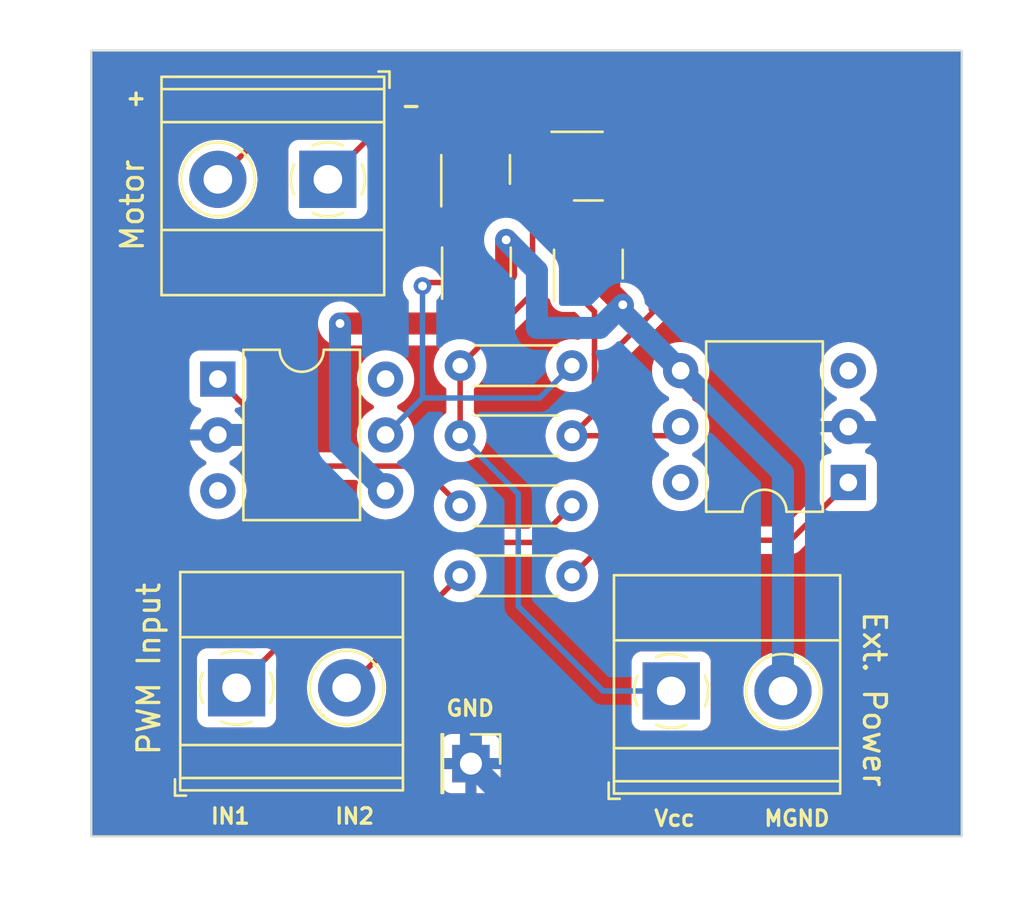
<source format=kicad_pcb>
(kicad_pcb (version 20221018) (generator pcbnew)
  (layers (0 "F.Cu" signal) (31 "B.Cu" signal) (36 "B.SilkS" user "B.Silkscreen") (37 "F.SilkS" user "F.Silkscreen") (38 "B.Mask" user) (39 "F.Mask" user) (44 "Edge.Cuts" user))
  (net 0 "")
  (net 1 "IN1")
  (net 2 "IN2")
  (net 3 "OUT1")
  (net 4 "OUT2")
  (net 5 "GND")
  (net 6 "Vm")
  (net 7 "MGND")
  (net 8 "HBG1")
  (net 9 "HBG2")
  (net 10 "Net-(R3-Pad2)")
  (net 11 "Net-(R4-Pad2)")
  (footprint "Resistor_THT:R_Axial_DIN0204_L3.6mm_D1.6mm_P5.08mm_Horizontal" (layer "F.Cu") (at 164.11 87.066667)
    (fp_text reference "R1" hide)
    (fp_text value "R" hide)
    (fp_line (start 0.62 -0.92) (end 4.46 -0.92) (stroke (width 0.12)) (layer "F.SilkS"))
    (fp_line (start 0.62 0.92) (end 4.46 0.92) (stroke (width 0.12)) (layer "F.SilkS"))
    (pad "1" thru_hole circle (at 0 0) (size 1.4 1.4) (drill 0.7) (layers "*.Cu" "*.Mask") (net 6 "Vm"))
    (pad "2" thru_hole oval (at 5.08 0) (size 1.4 1.4) (drill 0.7) (layers "*.Cu" "*.Mask") (net 8 "HBG1"))
  )
  (footprint "Package_TO_SOT_SMD:SOT-23" (layer "F.Cu") (at 164.85 82.35 90)
    (fp_text reference "Q2" hide)
    (fp_text value "IRLML0030" hide)
    (fp_line (start 0 -1.56) (end -1.675 -1.56) (stroke (width 0.12)) (layer "F.SilkS"))
    (fp_line (start 0 -1.56) (end 0.65 -1.56) (stroke (width 0.12)) (layer "F.SilkS"))
    (fp_line (start 0 1.56) (end -0.65 1.56) (stroke (width 0.12)) (layer "F.SilkS"))
    (fp_line (start 0 1.56) (end 0.65 1.56) (stroke (width 0.12)) (layer "F.SilkS"))
    (pad "1" smd roundrect (at -0.9375 -0.95 90) (size 1.475 0.6) (layers "F.Cu" "F.Paste" "F.Mask") (net 8 "HBG1"))
    (pad "2" smd roundrect (at -0.9375 0.95 90) (size 1.475 0.6) (layers "F.Cu" "F.Paste" "F.Mask") (net 7 "MGND"))
    (pad "3" smd roundrect (at 0.9375 0 90) (size 1.475 0.6) (layers "F.Cu" "F.Paste" "F.Mask") (net 3 "OUT1"))
  )
  (footprint "Package_DIP:DIP-6_W7.62mm" (layer "F.Cu") (at 153.1 87.675)
    (fp_text reference "U1" hide)
    (fp_text value "4N25" hide)
    (fp_line (start 1.16 -1.33) (end 1.16 6.41) (stroke (width 0.12)) (layer "F.SilkS"))
    (fp_line (start 1.16 6.41) (end 6.46 6.41) (stroke (width 0.12)) (layer "F.SilkS"))
    (fp_line (start 2.81 -1.33) (end 1.16 -1.33) (stroke (width 0.12)) (layer "F.SilkS"))
    (fp_line (start 6.46 -1.33) (end 4.81 -1.33) (stroke (width 0.12)) (layer "F.SilkS"))
    (fp_line (start 6.46 6.41) (end 6.46 -1.33) (stroke (width 0.12)) (layer "F.SilkS"))
    (fp_arc (start 4.81 -1.33) (mid 3.81 -0.33) (end 2.81 -1.33) (stroke (width 0.12)) (layer "F.SilkS"))
    (pad "1" thru_hole rect (at 0 0) (size 1.6 1.6) (drill 0.8) (layers "*.Cu" "*.Mask") (net 10 "Net-(R3-Pad2)"))
    (pad "2" thru_hole oval (at 0 2.54) (size 1.6 1.6) (drill 0.8) (layers "*.Cu" "*.Mask") (net 5 "GND"))
    (pad "3" thru_hole oval (at 0 5.08) (size 1.6 1.6) (drill 0.8) (layers "*.Cu" "*.Mask"))
    (pad "4" thru_hole oval (at 7.62 5.08) (size 1.6 1.6) (drill 0.8) (layers "*.Cu" "*.Mask") (net 7 "MGND"))
    (pad "5" thru_hole oval (at 7.62 2.54) (size 1.6 1.6) (drill 0.8) (layers "*.Cu" "*.Mask") (net 8 "HBG1"))
    (pad "6" thru_hole oval (at 7.62 0) (size 1.6 1.6) (drill 0.8) (layers "*.Cu" "*.Mask"))
  )
  (footprint "Package_DIP:DIP-6_W7.62mm" (layer "F.Cu") (at 181.75 92.375 180)
    (fp_text reference "U2" hide)
    (fp_text value "4N25" hide)
    (fp_line (start 1.16 -1.33) (end 1.16 6.41) (stroke (width 0.12)) (layer "F.SilkS"))
    (fp_line (start 1.16 6.41) (end 6.46 6.41) (stroke (width 0.12)) (layer "F.SilkS"))
    (fp_line (start 2.81 -1.33) (end 1.16 -1.33) (stroke (width 0.12)) (layer "F.SilkS"))
    (fp_line (start 6.46 -1.33) (end 4.81 -1.33) (stroke (width 0.12)) (layer "F.SilkS"))
    (fp_line (start 6.46 6.41) (end 6.46 -1.33) (stroke (width 0.12)) (layer "F.SilkS"))
    (fp_arc (start 4.81 -1.33) (mid 3.81 -0.33) (end 2.81 -1.33) (stroke (width 0.12)) (layer "F.SilkS"))
    (pad "1" thru_hole rect (at 0 0 180) (size 1.6 1.6) (drill 0.8) (layers "*.Cu" "*.Mask") (net 11 "Net-(R4-Pad2)"))
    (pad "2" thru_hole oval (at 0 2.54 180) (size 1.6 1.6) (drill 0.8) (layers "*.Cu" "*.Mask") (net 5 "GND"))
    (pad "3" thru_hole oval (at 0 5.08 180) (size 1.6 1.6) (drill 0.8) (layers "*.Cu" "*.Mask"))
    (pad "4" thru_hole oval (at 7.62 5.08 180) (size 1.6 1.6) (drill 0.8) (layers "*.Cu" "*.Mask") (net 7 "MGND"))
    (pad "5" thru_hole oval (at 7.62 2.54 180) (size 1.6 1.6) (drill 0.8) (layers "*.Cu" "*.Mask") (net 9 "HBG2"))
    (pad "6" thru_hole oval (at 7.62 0 180) (size 1.6 1.6) (drill 0.8) (layers "*.Cu" "*.Mask"))
  )
  (footprint "Resistor_THT:R_Axial_DIN0204_L3.6mm_D1.6mm_P5.08mm_Horizontal" (layer "F.Cu") (at 164.11 90.25)
    (fp_text reference "R2" hide)
    (fp_text value "R" hide)
    (fp_line (start 0.62 -0.92) (end 4.46 -0.92) (stroke (width 0.12)) (layer "F.SilkS"))
    (fp_line (start 0.62 0.92) (end 4.46 0.92) (stroke (width 0.12)) (layer "F.SilkS"))
    (pad "1" thru_hole circle (at 0 0) (size 1.4 1.4) (drill 0.7) (layers "*.Cu" "*.Mask") (net 6 "Vm"))
    (pad "2" thru_hole oval (at 5.08 0) (size 1.4 1.4) (drill 0.7) (layers "*.Cu" "*.Mask") (net 9 "HBG2"))
  )
  (footprint "Connector_PinHeader_2.54mm:PinHeader_1x01_P2.54mm_Vertical" (layer "F.Cu") (at 164.6 105.15 -90)
    (fp_text reference "J3" hide)
    (fp_text value "Conn_01x01_Pin" hide)
    (fp_line (start -1.33 -1.33) (end 0 -1.33) (stroke (width 0.12)) (layer "F.SilkS"))
    (fp_line (start -1.33 0) (end -1.33 -1.33) (stroke (width 0.12)) (layer "F.SilkS"))
    (fp_line (start -1.33 1.27) (end -1.33 1.33) (stroke (width 0.12)) (layer "F.SilkS"))
    (fp_line (start -1.33 1.27) (end 1.33 1.27) (stroke (width 0.12)) (layer "F.SilkS"))
    (fp_line (start -1.33 1.33) (end 1.33 1.33) (stroke (width 0.12)) (layer "F.SilkS"))
    (fp_line (start 1.33 1.27) (end 1.33 1.33) (stroke (width 0.12)) (layer "F.SilkS"))
    (pad "1" thru_hole rect (at 0 0 270) (size 1.7 1.7) (drill 1) (layers "*.Cu" "*.Mask") (net 5 "GND"))
  )
  (footprint "Resistor_THT:R_Axial_DIN0204_L3.6mm_D1.6mm_P5.08mm_Horizontal" (layer "F.Cu") (at 164.11 96.616667)
    (fp_text reference "R4" hide)
    (fp_text value "R" hide)
    (fp_line (start 0.62 -0.92) (end 4.46 -0.92) (stroke (width 0.12)) (layer "F.SilkS"))
    (fp_line (start 0.62 0.92) (end 4.46 0.92) (stroke (width 0.12)) (layer "F.SilkS"))
    (pad "1" thru_hole circle (at 0 0) (size 1.4 1.4) (drill 0.7) (layers "*.Cu" "*.Mask") (net 2 "IN2"))
    (pad "2" thru_hole oval (at 5.08 0) (size 1.4 1.4) (drill 0.7) (layers "*.Cu" "*.Mask") (net 11 "Net-(R4-Pad2)"))
  )
  (footprint "TerminalBlock_Phoenix:TerminalBlock_Phoenix_MKDS-1,5-2-5.08_1x02_P5.08mm_Horizontal" (layer "F.Cu") (at 173.7 101.85)
    (fp_text reference "J4" hide)
    (fp_text value "Screw_Terminal_01x02" hide)
    (fp_line (start -2.84 4.16) (end -2.84 4.9) (stroke (width 0.12)) (layer "F.SilkS"))
    (fp_line (start -2.84 4.9) (end -2.34 4.9) (stroke (width 0.12)) (layer "F.SilkS"))
    (fp_line (start -2.6 -5.261) (end -2.6 4.66) (stroke (width 0.12)) (layer "F.SilkS"))
    (fp_line (start -2.6 -5.261) (end 7.68 -5.261) (stroke (width 0.12)) (layer "F.SilkS"))
    (fp_line (start -2.6 -2.301) (end 7.68 -2.301) (stroke (width 0.12)) (layer "F.SilkS"))
    (fp_line (start -2.6 2.6) (end 7.68 2.6) (stroke (width 0.12)) (layer "F.SilkS"))
    (fp_line (start -2.6 4.1) (end 7.68 4.1) (stroke (width 0.12)) (layer "F.SilkS"))
    (fp_line (start -2.6 4.66) (end 7.68 4.66) (stroke (width 0.12)) (layer "F.SilkS"))
    (fp_line (start 3.853 1.023) (end 3.806 1.069) (stroke (width 0.12)) (layer "F.SilkS"))
    (fp_line (start 4.046 1.239) (end 4.011 1.274) (stroke (width 0.12)) (layer "F.SilkS"))
    (fp_line (start 6.15 -1.275) (end 6.115 -1.239) (stroke (width 0.12)) (layer "F.SilkS"))
    (fp_line (start 6.355 -1.069) (end 6.308 -1.023) (stroke (width 0.12)) (layer "F.SilkS"))
    (fp_line (start 7.68 -5.261) (end 7.68 4.66) (stroke (width 0.12)) (layer "F.SilkS"))
    (fp_arc (start -1.535427 0.683042) (mid -1.680501 -0.000524) (end -1.535 -0.684) (stroke (width 0.12)) (layer "F.SilkS"))
    (fp_arc (start -0.683042 -1.535427) (mid 0.000524 -1.680501) (end 0.684 -1.535) (stroke (width 0.12)) (layer "F.SilkS"))
    (fp_arc (start 0.028805 1.680253) (mid -0.335551 1.646659) (end -0.684 1.535) (stroke (width 0.12)) (layer "F.SilkS"))
    (fp_arc (start 0.683318 1.534756) (mid 0.349292 1.643288) (end 0 1.68) (stroke (width 0.12)) (layer "F.SilkS"))
    (fp_arc (start 1.535427 -0.683042) (mid 1.680501 0.000524) (end 1.535 0.684) (stroke (width 0.12)) (layer "F.SilkS"))
    (fp_circle (center 5.08 0) (end 6.76 0) (stroke (width 0.12)) (fill none) (layer "F.SilkS"))
    (pad "1" thru_hole rect (at 0 0) (size 2.6 2.6) (drill 1.3) (layers "*.Cu" "*.Mask") (net 6 "Vm"))
    (pad "2" thru_hole circle (at 5.08 0) (size 2.6 2.6) (drill 1.3) (layers "*.Cu" "*.Mask") (net 7 "MGND"))
  )
  (footprint "Package_TO_SOT_SMD:SOT-23" (layer "F.Cu") (at 169.9375 82.45 90)
    (fp_text reference "Q4" hide)
    (fp_text value "IRLML0030" hide)
    (fp_line (start 0 -1.56) (end -1.675 -1.56) (stroke (width 0.12)) (layer "F.SilkS"))
    (fp_line (start 0 -1.56) (end 0.65 -1.56) (stroke (width 0.12)) (layer "F.SilkS"))
    (fp_line (start 0 1.56) (end -0.65 1.56) (stroke (width 0.12)) (layer "F.SilkS"))
    (fp_line (start 0 1.56) (end 0.65 1.56) (stroke (width 0.12)) (layer "F.SilkS"))
    (pad "1" smd roundrect (at -0.9375 -0.95 90) (size 1.475 0.6) (layers "F.Cu" "F.Paste" "F.Mask") (net 9 "HBG2"))
    (pad "2" smd roundrect (at -0.9375 0.95 90) (size 1.475 0.6) (layers "F.Cu" "F.Paste" "F.Mask") (net 7 "MGND"))
    (pad "3" smd roundrect (at 0.9375 0 90) (size 1.475 0.6) (layers "F.Cu" "F.Paste" "F.Mask") (net 4 "OUT2"))
  )
  (footprint "TerminalBlock_Phoenix:TerminalBlock_Phoenix_MKDS-1,5-2_1x02_P5.00mm_Horizontal" (layer "F.Cu") (at 153.95 101.705)
    (fp_text reference "J1" hide)
    (fp_text value "Screw_Terminal_01x02" hide)
    (fp_line (start -2.8 4.16) (end -2.8 4.9) (stroke (width 0.12)) (layer "F.SilkS"))
    (fp_line (start -2.8 4.9) (end -2.3 4.9) (stroke (width 0.12)) (layer "F.SilkS"))
    (fp_line (start -2.56 -5.261) (end -2.56 4.66) (stroke (width 0.12)) (layer "F.SilkS"))
    (fp_line (start -2.56 -5.261) (end 7.56 -5.261) (stroke (width 0.12)) (layer "F.SilkS"))
    (fp_line (start -2.56 -2.301) (end 7.56 -2.301) (stroke (width 0.12)) (layer "F.SilkS"))
    (fp_line (start -2.56 2.6) (end 7.56 2.6) (stroke (width 0.12)) (layer "F.SilkS"))
    (fp_line (start -2.56 4.1) (end 7.56 4.1) (stroke (width 0.12)) (layer "F.SilkS"))
    (fp_line (start -2.56 4.66) (end 7.56 4.66) (stroke (width 0.12)) (layer "F.SilkS"))
    (fp_line (start 3.773 1.023) (end 3.726 1.069) (stroke (width 0.12)) (layer "F.SilkS"))
    (fp_line (start 3.966 1.239) (end 3.931 1.274) (stroke (width 0.12)) (layer "F.SilkS"))
    (fp_line (start 6.07 -1.275) (end 6.035 -1.239) (stroke (width 0.12)) (layer "F.SilkS"))
    (fp_line (start 6.275 -1.069) (end 6.228 -1.023) (stroke (width 0.12)) (layer "F.SilkS"))
    (fp_line (start 7.56 -5.261) (end 7.56 4.66) (stroke (width 0.12)) (layer "F.SilkS"))
    (fp_arc (start -1.535427 0.683042) (mid -1.680501 -0.000524) (end -1.535 -0.684) (stroke (width 0.12)) (layer "F.SilkS"))
    (fp_arc (start -0.683042 -1.535427) (mid 0.000524 -1.680501) (end 0.684 -1.535) (stroke (width 0.12)) (layer "F.SilkS"))
    (fp_arc (start 0.028805 1.680253) (mid -0.335551 1.646659) (end -0.684 1.535) (stroke (width 0.12)) (layer "F.SilkS"))
    (fp_arc (start 0.683318 1.534756) (mid 0.349292 1.643288) (end 0 1.68) (stroke (width 0.12)) (layer "F.SilkS"))
    (fp_arc (start 1.535427 -0.683042) (mid 1.680501 0.000524) (end 1.535 0.684) (stroke (width 0.12)) (layer "F.SilkS"))
    (fp_circle (center 5 0) (end 6.68 0) (stroke (width 0.12)) (fill none) (layer "F.SilkS"))
    (pad "1" thru_hole rect (at 0 0) (size 2.6 2.6) (drill 1.3) (layers "*.Cu" "*.Mask") (net 1 "IN1"))
    (pad "2" thru_hole circle (at 5 0) (size 2.6 2.6) (drill 1.3) (layers "*.Cu" "*.Mask") (net 2 "IN2"))
  )
  (footprint "Package_TO_SOT_SMD:SOT-23" (layer "F.Cu") (at 164.8125 78.15 90)
    (fp_text reference "Q1" hide)
    (fp_text value "AO3401A" hide)
    (fp_line (start 0 -1.56) (end -1.675 -1.56) (stroke (width 0.12)) (layer "F.SilkS"))
    (fp_line (start 0 -1.56) (end 0.65 -1.56) (stroke (width 0.12)) (layer "F.SilkS"))
    (fp_line (start 0 1.56) (end -0.65 1.56) (stroke (width 0.12)) (layer "F.SilkS"))
    (fp_line (start 0 1.56) (end 0.65 1.56) (stroke (width 0.12)) (layer "F.SilkS"))
    (pad "1" smd roundrect (at -0.9375 -0.95 90) (size 1.475 0.6) (layers "F.Cu" "F.Paste" "F.Mask") (net 8 "HBG1"))
    (pad "2" smd roundrect (at -0.9375 0.95 90) (size 1.475 0.6) (layers "F.Cu" "F.Paste" "F.Mask") (net 6 "Vm"))
    (pad "3" smd roundrect (at 0.9375 0 90) (size 1.475 0.6) (layers "F.Cu" "F.Paste" "F.Mask") (net 3 "OUT1"))
  )
  (footprint "Package_TO_SOT_SMD:SOT-23" (layer "F.Cu") (at 169.9375 78)
    (fp_text reference "Q3" hide)
    (fp_text value "AO3401A" hide)
    (fp_line (start 0 -1.56) (end -1.675 -1.56) (stroke (width 0.12)) (layer "F.SilkS"))
    (fp_line (start 0 -1.56) (end 0.65 -1.56) (stroke (width 0.12)) (layer "F.SilkS"))
    (fp_line (start 0 1.56) (end -0.65 1.56) (stroke (width 0.12)) (layer "F.SilkS"))
    (fp_line (start 0 1.56) (end 0.65 1.56) (stroke (width 0.12)) (layer "F.SilkS"))
    (pad "1" smd roundrect (at -0.9375 -0.95) (size 1.475 0.6) (layers "F.Cu" "F.Paste" "F.Mask") (net 9 "HBG2"))
    (pad "2" smd roundrect (at -0.9375 0.95) (size 1.475 0.6) (layers "F.Cu" "F.Paste" "F.Mask") (net 6 "Vm"))
    (pad "3" smd roundrect (at 0.9375 0) (size 1.475 0.6) (layers "F.Cu" "F.Paste" "F.Mask") (net 4 "OUT2"))
  )
  (footprint "TerminalBlock_Phoenix:TerminalBlock_Phoenix_MKDS-1,5-2_1x02_P5.00mm_Horizontal" (layer "F.Cu") (at 158.1 78.6 180)
    (fp_text reference "JE" hide)
    (fp_text value "Screw_Terminal_01x02" hide)
    (fp_line (start -2.8 4.16) (end -2.8 4.9) (stroke (width 0.12)) (layer "F.SilkS"))
    (fp_line (start -2.8 4.9) (end -2.3 4.9) (stroke (width 0.12)) (layer "F.SilkS"))
    (fp_line (start -2.56 -5.261) (end -2.56 4.66) (stroke (width 0.12)) (layer "F.SilkS"))
    (fp_line (start -2.56 -5.261) (end 7.56 -5.261) (stroke (width 0.12)) (layer "F.SilkS"))
    (fp_line (start -2.56 -2.301) (end 7.56 -2.301) (stroke (width 0.12)) (layer "F.SilkS"))
    (fp_line (start -2.56 2.6) (end 7.56 2.6) (stroke (width 0.12)) (layer "F.SilkS"))
    (fp_line (start -2.56 4.1) (end 7.56 4.1) (stroke (width 0.12)) (layer "F.SilkS"))
    (fp_line (start -2.56 4.66) (end 7.56 4.66) (stroke (width 0.12)) (layer "F.SilkS"))
    (fp_line (start 3.773 1.023) (end 3.726 1.069) (stroke (width 0.12)) (layer "F.SilkS"))
    (fp_line (start 3.966 1.239) (end 3.931 1.274) (stroke (width 0.12)) (layer "F.SilkS"))
    (fp_line (start 6.07 -1.275) (end 6.035 -1.239) (stroke (width 0.12)) (layer "F.SilkS"))
    (fp_line (start 6.275 -1.069) (end 6.228 -1.023) (stroke (width 0.12)) (layer "F.SilkS"))
    (fp_line (start 7.56 -5.261) (end 7.56 4.66) (stroke (width 0.12)) (layer "F.SilkS"))
    (fp_arc (start -1.535427 0.683042) (mid -1.680501 -0.000524) (end -1.535 -0.684) (stroke (width 0.12)) (layer "F.SilkS"))
    (fp_arc (start -0.683042 -1.535427) (mid 0.000524 -1.680501) (end 0.684 -1.535) (stroke (width 0.12)) (layer "F.SilkS"))
    (fp_arc (start 0.028805 1.680253) (mid -0.335551 1.646659) (end -0.684 1.535) (stroke (width 0.12)) (layer "F.SilkS"))
    (fp_arc (start 0.683318 1.534756) (mid 0.349292 1.643288) (end 0 1.68) (stroke (width 0.12)) (layer "F.SilkS"))
    (fp_arc (start 1.535427 -0.683042) (mid 1.680501 0.000524) (end 1.535 0.684) (stroke (width 0.12)) (layer "F.SilkS"))
    (fp_circle (center 5 0) (end 6.68 0) (stroke (width 0.12)) (fill none) (layer "F.SilkS"))
    (pad "1" thru_hole rect (at 0 0 180) (size 2.6 2.6) (drill 1.3) (layers "*.Cu" "*.Mask") (net 3 "OUT1"))
    (pad "2" thru_hole circle (at 5 0 180) (size 2.6 2.6) (drill 1.3) (layers "*.Cu" "*.Mask") (net 4 "OUT2"))
  )
  (footprint "Resistor_THT:R_Axial_DIN0204_L3.6mm_D1.6mm_P5.08mm_Horizontal" (layer "F.Cu") (at 169.19 93.433333 180)
    (fp_text reference "R3" hide)
    (fp_text value "R" hide)
    (fp_line (start 0.62 -0.92) (end 4.46 -0.92) (stroke (width 0.12)) (layer "F.SilkS"))
    (fp_line (start 0.62 0.92) (end 4.46 0.92) (stroke (width 0.12)) (layer "F.SilkS"))
    (pad "1" thru_hole circle (at 0 0 180) (size 1.4 1.4) (drill 0.7) (layers "*.Cu" "*.Mask") (net 1 "IN1"))
    (pad "2" thru_hole oval (at 5.08 0 180) (size 1.4 1.4) (drill 0.7) (layers "*.Cu" "*.Mask") (net 10 "Net-(R3-Pad2)"))
  )
  (gr_rect (start 147.35 72.75) (end 186.9 108.45) (stroke (width 0.1)) (fill none) (layer "Edge.Cuts"))
  (gr_text "IN2" (at 158.35 107.95) (layer "F.SilkS") (effects (font (size 0.7 0.7)) (justify left bottom)))
  (gr_text "Motor" (at 149.8 81.95 90) (layer "F.SilkS") (effects (font (size 1 1)) (justify left bottom)))
  (gr_text "MGND" (at 177.85 108.05) (layer "F.SilkS") (effects (font (size 0.7 0.7)) (justify left bottom)))
  (gr_text "-" (at 161.35 75.65) (layer "F.SilkS") (effects (font (size 0.7 0.7)) (justify left bottom)))
  (gr_text "Vcc" (at 172.85 108.05) (layer "F.SilkS") (effects (font (size 0.7 0.7)) (justify left bottom)))
  (gr_text "GND" (at 163.4 103.05) (layer "F.SilkS") (effects (font (size 0.7 0.7)) (justify left bottom)))
  (gr_text "+" (at 148.85 75.3) (layer "F.SilkS") (effects (font (size 0.7 0.7)) (justify left bottom)))
  (gr_text "IN1" (at 152.7 107.95) (layer "F.SilkS") (effects (font (size 0.7 0.7)) (justify left bottom)))
  (gr_text "PWM Input" (at 150.55 104.85 90) (layer "F.SilkS") (effects (font (size 1 1)) (justify left bottom)))
  (gr_text "Ext. Power" (at 182.35 98.15 270) (layer "F.SilkS") (effects (font (size 1 1)) (justify left bottom)))
  (segment (start 160.555 95.1) (end 153.95 101.705) (width 0.25) (layer "F.Cu") (net 1))
  (segment (start 169.19 93.433333) (end 167.523333 95.1) (width 0.25) (layer "F.Cu") (net 1))
  (segment (start 167.523333 95.1) (end 160.555 95.1) (width 0.25) (layer "F.Cu") (net 1))
  (segment (start 164.11 96.616667) (end 159.021667 101.705) (width 0.25) (layer "F.Cu") (net 2))
  (segment (start 159.021667 101.705) (end 158.95 101.705) (width 0.25) (layer "F.Cu") (net 2))
  (segment (start 164.8125 77.2125) (end 164.05 76.45) (width 0.25) (layer "F.Cu") (net 3))
  (segment (start 164.8125 77.2125) (end 164.8125 81.375) (width 0.25) (layer "F.Cu") (net 3))
  (segment (start 164.05 76.45) (end 159.9 76.45) (width 0.25) (layer "F.Cu") (net 3))
  (segment (start 159.9 76.45) (end 159.9 76.8) (width 0.25) (layer "F.Cu") (net 3))
  (segment (start 164.8125 81.375) (end 164.85 81.4125) (width 0.25) (layer "F.Cu") (net 3))
  (segment (start 159.9 76.8) (end 158.1 78.6) (width 0.25) (layer "F.Cu") (net 3))
  (segment (start 168.1 78) (end 167.35 77.25) (width 0.25) (layer "F.Cu") (net 4))
  (segment (start 170.875 78) (end 168.1 78) (width 0.25) (layer "F.Cu") (net 4))
  (segment (start 170.875 80.575) (end 169.9375 81.5125) (width 0.25) (layer "F.Cu") (net 4))
  (segment (start 156.8 74.9) (end 153.1 78.6) (width 0.25) (layer "F.Cu") (net 4))
  (segment (start 170.875 78) (end 170.875 80.575) (width 0.25) (layer "F.Cu") (net 4))
  (segment (start 167.35 76.1) (end 166.15 74.9) (width 0.25) (layer "F.Cu") (net 4))
  (segment (start 166.15 74.9) (end 156.8 74.9) (width 0.25) (layer "F.Cu") (net 4))
  (segment (start 167.35 77.25) (end 167.35 76.1) (width 0.25) (layer "F.Cu") (net 4))
  (segment (start 184.7 91.2) (end 184.7 103.95) (width 1) (layer "B.Cu") (net 5))
  (segment (start 183.6 90.1) (end 184.7 91.2) (width 1) (layer "B.Cu") (net 5))
  (segment (start 166.2 106.75) (end 164.6 105.15) (width 1) (layer "B.Cu") (net 5))
  (segment (start 155.815 90.215) (end 153.1 90.215) (width 1) (layer "B.Cu") (net 5))
  (segment (start 164.6 105.15) (end 164.6 102.133679) (width 1) (layer "B.Cu") (net 5))
  (segment (start 181.9 106.75) (end 166.2 106.75) (width 1) (layer "B.Cu") (net 5))
  (segment (start 181.75 89.835) (end 182.015 90.1) (width 1) (layer "B.Cu") (net 5))
  (segment (start 182.015 90.1) (end 183.6 90.1) (width 1) (layer "B.Cu") (net 5))
  (segment (start 156.9 94.433679) (end 156.9 91.3) (width 1) (layer "B.Cu") (net 5))
  (segment (start 184.7 103.95) (end 181.9 106.75) (width 1) (layer "B.Cu") (net 5))
  (segment (start 156.9 91.3) (end 155.815 90.215) (width 1) (layer "B.Cu") (net 5))
  (segment (start 164.6 102.133679) (end 156.9 94.433679) (width 1) (layer "B.Cu") (net 5))
  (segment (start 166.525 79.85) (end 167.4 79.85) (width 0.25) (layer "F.Cu") (net 6))
  (segment (start 165.7625 79.0875) (end 166.525 79.85) (width 0.25) (layer "F.Cu") (net 6))
  (segment (start 165.7625 79.0875) (end 165.9 78.95) (width 0.25) (layer "F.Cu") (net 6))
  (segment (start 167.4 79.85) (end 167.4 83.776667) (width 0.25) (layer "F.Cu") (net 6))
  (segment (start 167.4 83.776667) (end 164.11 87.066667) (width 0.25) (layer "F.Cu") (net 6))
  (segment (start 165.9 78.95) (end 169 78.95) (width 0.25) (layer "F.Cu") (net 6))
  (segment (start 164.11 90.25) (end 164.11 87.066667) (width 0.25) (layer "F.Cu") (net 6))
  (segment (start 173.7 101.85) (end 170.6 101.85) (width 0.25) (layer "B.Cu") (net 6))
  (segment (start 166.75 98) (end 166.75 92.89) (width 0.25) (layer "B.Cu") (net 6))
  (segment (start 166.75 92.89) (end 164.11 90.25) (width 0.25) (layer "B.Cu") (net 6))
  (segment (start 170.6 101.85) (end 166.75 98) (width 0.25) (layer "B.Cu") (net 6))
  (segment (start 165.8 83.327082) (end 163.977082 85.15) (width 1) (layer "F.Cu") (net 7))
  (segment (start 170.8875 83.6875) (end 171.5 84.3) (width 1) (layer "F.Cu") (net 7))
  (segment (start 171.5 84.3) (end 171.45 84.25) (width 1) (layer "F.Cu") (net 7))
  (segment (start 170.8875 83.3875) (end 170.8875 83.6875) (width 1) (layer "F.Cu") (net 7))
  (segment (start 158.65 85.15) (end 163.977082 85.15) (width 1) (layer "F.Cu") (net 7))
  (segment (start 165.8 83.2875) (end 165.8 83.327082) (width 1) (layer "F.Cu") (net 7))
  (segment (start 165.8 83.2875) (end 166.2 82.8875) (width 1) (layer "F.Cu") (net 7))
  (segment (start 166.2 82.8875) (end 166.2 81.35) (width 1) (layer "F.Cu") (net 7))
  (via (at 171.5 84.3) (size 0.8) (drill 0.4) (layers "F.Cu" "B.Cu") (net 7))
  (via (at 158.65 85.15) (size 0.8) (drill 0.4) (layers "F.Cu" "B.Cu") (net 7))
  (via (at 166.2 81.35) (size 0.8) (drill 0.4) (layers "F.Cu" "B.Cu") (net 7))
  (segment (start 158.65 85.15) (end 158.65 90.685) (width 1) (layer "B.Cu") (net 7))
  (segment (start 178.78 101.85) (end 178.78 91.945) (width 1) (layer "B.Cu") (net 7))
  (segment (start 178.78 91.945) (end 174.13 87.295) (width 1) (layer "B.Cu") (net 7))
  (segment (start 158.65 90.685) (end 160.72 92.755) (width 1) (layer "B.Cu") (net 7))
  (segment (start 166.2 81.35) (end 167.6 82.75) (width 1) (layer "B.Cu") (net 7))
  (segment (start 167.6 85.35) (end 170.45 85.35) (width 1) (layer "B.Cu") (net 7))
  (segment (start 171.5 84.665) (end 174.13 87.295) (width 1) (layer "B.Cu") (net 7))
  (segment (start 171.5 84.3) (end 171.5 84.665) (width 1) (layer "B.Cu") (net 7))
  (segment (start 170.45 85.35) (end 171.5 84.3) (width 1) (layer "B.Cu") (net 7))
  (segment (start 167.6 82.75) (end 167.6 85.35) (width 1) (layer "B.Cu") (net 7))
  (segment (start 163.9 79.125) (end 163.9 83.2875) (width 0.25) (layer "F.Cu") (net 8))
  (segment (start 163.8625 79.0875) (end 163.9 79.125) (width 0.25) (layer "F.Cu") (net 8))
  (segment (start 162.5625 83.2875) (end 162.4 83.45) (width 0.25) (layer "F.Cu") (net 8))
  (segment (start 163.9 83.2875) (end 162.5625 83.2875) (width 0.25) (layer "F.Cu") (net 8))
  (via (at 162.4 83.45) (size 0.8) (drill 0.4) (layers "F.Cu" "B.Cu") (net 8))
  (segment (start 162.4 88.535) (end 167.721667 88.535) (width 0.25) (layer "B.Cu") (net 8))
  (segment (start 162.4 88.535) (end 160.72 90.215) (width 0.25) (layer "B.Cu") (net 8))
  (segment (start 162.4 83.45) (end 162.4 88.535) (width 0.25) (layer "B.Cu") (net 8))
  (segment (start 167.721667 88.535) (end 169.19 87.066667) (width 0.25) (layer "B.Cu") (net 8))
  (segment (start 172.9 84.6) (end 170.935 86.565) (width 0.25) (layer "F.Cu") (net 9))
  (segment (start 172.8 84.5) (end 172.9 84.6) (width 0.25) (layer "F.Cu") (net 9))
  (segment (start 171.5 77.05) (end 172.8 78.35) (width 0.25) (layer "F.Cu") (net 9))
  (segment (start 170.215 89.225) (end 170.215 86.565) (width 0.25) (layer "F.Cu") (net 9))
  (segment (start 172.8 78.35) (end 172.8 84.5) (width 0.25) (layer "F.Cu") (net 9))
  (segment (start 170.215 84.615) (end 168.9875 83.3875) (width 0.25) (layer "F.Cu") (net 9))
  (segment (start 173.715 90.25) (end 174.13 89.835) (width 0.25) (layer "F.Cu") (net 9))
  (segment (start 169.19 90.25) (end 170.215 89.225) (width 0.25) (layer "F.Cu") (net 9))
  (segment (start 169 77.05) (end 171.5 77.05) (width 0.25) (layer "F.Cu") (net 9))
  (segment (start 169.19 90.25) (end 173.715 90.25) (width 0.25) (layer "F.Cu") (net 9))
  (segment (start 170.215 86.565) (end 170.215 84.615) (width 0.25) (layer "F.Cu") (net 9))
  (segment (start 170.935 86.565) (end 170.215 86.565) (width 0.25) (layer "F.Cu") (net 9))
  (segment (start 164.11 93.433333) (end 162.306667 91.63) (width 0.25) (layer "F.Cu") (net 10))
  (segment (start 162.306667 91.63) (end 157.055 91.63) (width 0.25) (layer "F.Cu") (net 10))
  (segment (start 157.055 91.63) (end 153.1 87.675) (width 0.25) (layer "F.Cu") (net 10))
  (segment (start 170.806667 95) (end 179.125 95) (width 0.25) (layer "F.Cu") (net 11))
  (segment (start 169.19 96.616667) (end 170.806667 95) (width 0.25) (layer "F.Cu") (net 11))
  (segment (start 179.125 95) (end 181.75 92.375) (width 0.25) (layer "F.Cu") (net 11))
  (zone (net 5) (net_name "GND") (layers "F&B.Cu") (connect_pads (clearance 0.5)) (min_thickness 0.25) (fill yes (thermal_gap 0.5) (thermal_bridge_width 0.5))
    (polygon (pts (xy 145.4 86.7) (xy 145.45 71.4) (xy 146.2 70.45) (xy 189.75 70.45) (xy 189.75 112.4) (xy 143.2 112.45)))
  )
)
</source>
